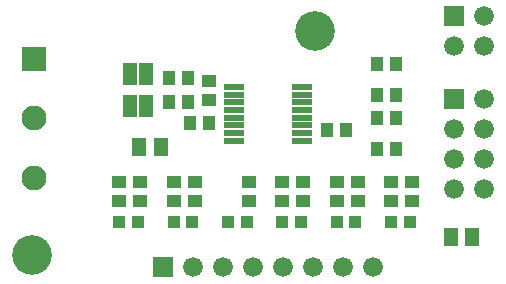
<source format=gts>
G04 (created by PCBNEW-RS274X (2012-05-21 BZR 3261)-stable) date Thu 30 May 2013 11:23:39 PM PDT*
G01*
G70*
G90*
%MOIN*%
G04 Gerber Fmt 3.4, Leading zero omitted, Abs format*
%FSLAX34Y34*%
G04 APERTURE LIST*
%ADD10C,0.008000*%
%ADD11C,0.132000*%
%ADD12R,0.065100X0.023700*%
%ADD13R,0.041400X0.045400*%
%ADD14R,0.045400X0.041400*%
%ADD15R,0.041400X0.043400*%
%ADD16R,0.045400X0.043400*%
%ADD17R,0.043400X0.045400*%
%ADD18R,0.066000X0.066000*%
%ADD19C,0.066000*%
%ADD20R,0.051300X0.063100*%
%ADD21R,0.082800X0.082800*%
%ADD22C,0.082800*%
%ADD23R,0.049300X0.074900*%
G04 APERTURE END LIST*
G54D10*
G54D11*
X61417Y-33465D03*
X51969Y-40945D03*
G54D12*
X58701Y-35324D03*
X58701Y-35580D03*
X58701Y-35836D03*
X58701Y-36092D03*
X58701Y-36348D03*
X58701Y-36604D03*
X58701Y-36860D03*
X58701Y-37116D03*
X60985Y-37116D03*
X60985Y-36860D03*
X60985Y-36604D03*
X60985Y-36348D03*
X60985Y-36092D03*
X60985Y-35836D03*
X60985Y-35580D03*
X60985Y-35324D03*
G54D13*
X63465Y-35591D03*
X64095Y-35591D03*
G54D14*
X55590Y-39134D03*
X55590Y-38504D03*
X60315Y-38504D03*
X60315Y-39134D03*
X61024Y-39134D03*
X61024Y-38504D03*
X59212Y-39134D03*
X59212Y-38504D03*
X62127Y-38504D03*
X62127Y-39134D03*
X62835Y-39134D03*
X62835Y-38504D03*
G54D13*
X63465Y-34567D03*
X64095Y-34567D03*
G54D14*
X54882Y-38504D03*
X54882Y-39134D03*
G54D13*
X63465Y-36378D03*
X64095Y-36378D03*
X63465Y-37402D03*
X64095Y-37402D03*
G54D14*
X63938Y-38504D03*
X63938Y-39134D03*
X64647Y-39134D03*
X64647Y-38504D03*
X57402Y-39134D03*
X57402Y-38504D03*
X56693Y-38504D03*
X56693Y-39134D03*
G54D13*
X56535Y-35827D03*
X57165Y-35827D03*
X56535Y-35039D03*
X57165Y-35039D03*
G54D15*
X64568Y-39843D03*
X63938Y-39843D03*
X62757Y-39843D03*
X62127Y-39843D03*
X59134Y-39843D03*
X58504Y-39843D03*
X60945Y-39843D03*
X60315Y-39843D03*
X55512Y-39843D03*
X54882Y-39843D03*
X57323Y-39843D03*
X56693Y-39843D03*
G54D16*
X57874Y-35118D03*
X57874Y-35748D03*
G54D17*
X57874Y-36535D03*
X57244Y-36535D03*
X61811Y-36772D03*
X62441Y-36772D03*
G54D18*
X66035Y-35744D03*
G54D19*
X67035Y-35744D03*
X66035Y-36744D03*
X67035Y-36744D03*
X66035Y-37744D03*
X67035Y-37744D03*
X66035Y-38744D03*
X67035Y-38744D03*
G54D18*
X66035Y-32965D03*
G54D19*
X67035Y-32965D03*
X66035Y-33965D03*
X67035Y-33965D03*
G54D18*
X56343Y-41339D03*
G54D19*
X57343Y-41339D03*
X58343Y-41339D03*
X59343Y-41339D03*
X60343Y-41339D03*
X61343Y-41339D03*
X62343Y-41339D03*
X63343Y-41339D03*
G54D20*
X56260Y-37323D03*
X55552Y-37323D03*
G54D21*
X52047Y-34409D03*
G54D22*
X52047Y-36378D03*
X52047Y-38347D03*
G54D23*
X55788Y-34892D03*
X55788Y-35974D03*
X55236Y-34892D03*
X55236Y-35974D03*
G54D20*
X65945Y-40315D03*
X66653Y-40315D03*
M02*

</source>
